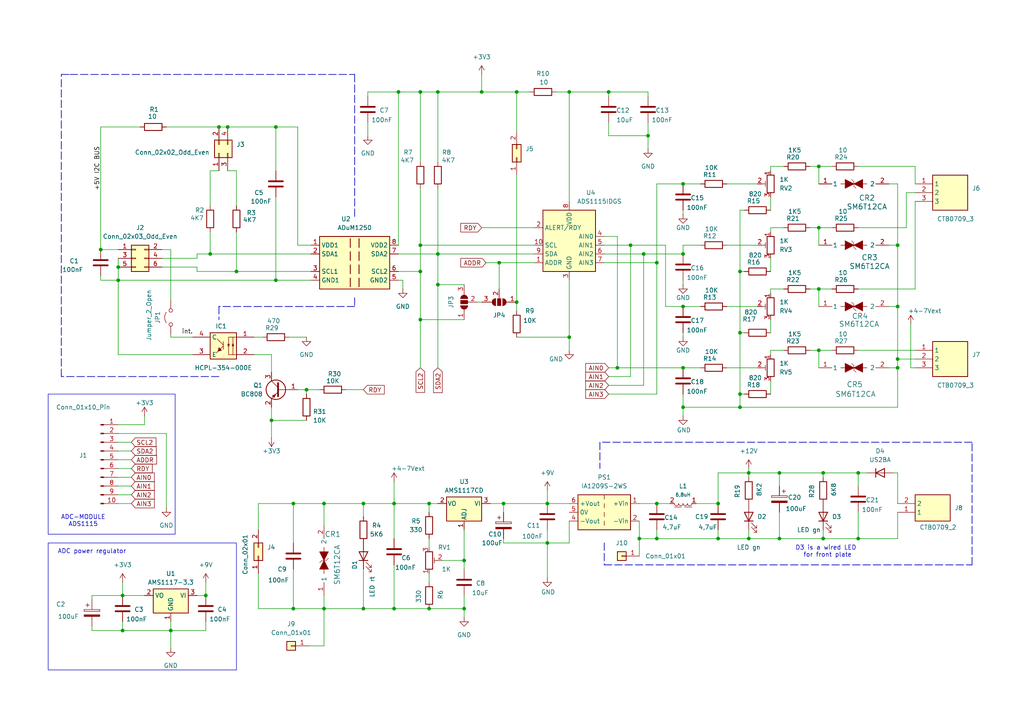
<source format=kicad_sch>
(kicad_sch (version 20250114) (generator "eeschema") (generator_version "9.0")
  (paper "A4")
  (title_block (title "4 Chan. ADC (1115) potential free /I2C") (date "2025-08-14") (rev "A1") (company "PIDI-BOX WM-GC") (comment 1 "All iputs are adjustable with a range from 2 to 8 V") (comment 2 "with an adjustable DC source for sensors (3 to 7 V ) 200mA.") (comment 3 "This PIDI Module is a potential free ADC with over voltage protected inputs,") (comment 4 "The ADC 1115 can be soldered as chip on board or as a 10 pin module"))
  (rectangle (start 13.97 114.3) (end 50.8 154.94))
  (rectangle (start 13.97 157.48) (end 68.58 194.31))
  (text "ADC-MODULE\nADS1115" (at 24.13 151.13 0) (effects (font (size 1.27 1.27))))
  (text "D3 is a wired LED \nfor front plate" (at 240.03 160.02 0) (effects (font (size 1.27 1.27))))
  (text "ADC power regulator" (at 26.67 160.02 0) (effects (font (size 1.27 1.27))))
  (junction (at 185.42 156.21))
  (junction (at 121.92 78.74))
  (junction (at 88.9 113.03))
  (junction (at 217.17 137.16))
  (junction (at 121.92 92.71))
  (junction (at 66.04 36.83))
  (junction (at 146.05 146.05))
  (junction (at 260.35 106.68))
  (junction (at 139.7 26.67))
  (junction (at 121.92 26.67))
  (junction (at 105.41 176.53))
  (junction (at 238.76 156.21))
  (junction (at 198.12 106.68))
  (junction (at 237.49 48.26))
  (junction (at 80.01 81.28))
  (junction (at 248.92 156.21))
  (junction (at 34.29 77.47))
  (junction (at 237.49 83.82))
  (junction (at 179.07 106.68))
  (junction (at 176.53 26.67))
  (junction (at 198.12 88.9))
  (junction (at 238.76 137.16))
  (junction (at 68.58 78.74))
  (junction (at 78.74 121.92))
  (junction (at 29.21 72.39))
  (junction (at 124.46 146.05))
  (junction (at 127 73.66))
  (junction (at 158.75 157.48))
  (junction (at 115.57 26.67))
  (junction (at 165.1 26.67))
  (junction (at 190.5 156.21))
  (junction (at 208.28 156.21))
  (junction (at 214.63 118.11))
  (junction (at 198.12 118.11))
  (junction (at 187.96 39.37))
  (junction (at 85.09 176.53))
  (junction (at 49.53 182.88))
  (junction (at 121.92 71.12))
  (junction (at 198.12 53.34))
  (junction (at 127 82.55))
  (junction (at 208.28 146.05))
  (junction (at 144.78 76.2))
  (junction (at 186.69 73.66))
  (junction (at 217.17 156.21))
  (junction (at 80.01 36.83))
  (junction (at 134.62 176.53))
  (junction (at 237.49 66.04))
  (junction (at 237.49 101.6))
  (junction (at 182.88 71.12))
  (junction (at 226.06 137.16))
  (junction (at 105.41 146.05))
  (junction (at 134.62 162.56))
  (junction (at 260.35 88.9))
  (junction (at 85.09 146.05))
  (junction (at 260.35 104.14))
  (junction (at 260.35 71.12))
  (junction (at 149.86 87.63))
  (junction (at 226.06 156.21))
  (junction (at 114.3 146.05))
  (junction (at 214.63 78.74))
  (junction (at 149.86 26.67))
  (junction (at 190.5 76.2))
  (junction (at 35.56 172.72))
  (junction (at 165.1 97.79))
  (junction (at 190.5 146.05))
  (junction (at 35.56 182.88))
  (junction (at 158.75 146.05))
  (junction (at 198.12 73.66))
  (junction (at 127 26.67))
  (junction (at 60.96 73.66))
  (junction (at 34.29 81.28))
  (junction (at 63.5 36.83))
  (junction (at 124.46 176.53))
  (junction (at 214.63 114.3))
  (junction (at 114.3 176.53))
  (junction (at 214.63 96.52))
  (junction (at 59.69 172.72))
  (junction (at 248.92 137.16))
  (junction (at 93.98 146.05))
  (junction (at 93.98 176.53))
  (wire (pts (xy 248.92 83.82) (xy 265.43 83.82)))
  (wire (pts (xy 176.53 26.67) (xy 187.96 26.67)))
  (wire (pts (xy 124.46 146.05) (xy 127 146.05)))
  (wire (pts (xy 68.58 67.31) (xy 68.58 78.74)))
  (wire (pts (xy 210.82 71.12) (xy 219.71 71.12)))
  (wire (pts (xy 198.12 88.9) (xy 203.2 88.9)))
  (wire (pts (xy 198.12 118.11) (xy 198.12 120.65)))
  (polyline (pts (xy 20.32 21.59) (xy 102.87 21.59)) (stroke (width 0.2) (type dash)))
  (wire (pts (xy 49.53 182.88) (xy 35.56 182.88)))
  (wire (pts (xy 260.35 53.34) (xy 257.81 53.34)))
  (wire (pts (xy 106.68 27.94) (xy 106.68 26.67)))
  (wire (pts (xy 121.92 78.74) (xy 121.92 92.71)))
  (wire (pts (xy 60.96 73.66) (xy 90.17 73.66)))
  (wire (pts (xy 223.52 74.93) (xy 223.52 78.74)))
  (wire (pts (xy 223.52 83.82) (xy 223.52 85.09)))
  (wire (pts (xy 187.96 39.37) (xy 187.96 43.18)))
  (wire (pts (xy 210.82 106.68) (xy 219.71 106.68)))
  (wire (pts (xy 115.57 73.66) (xy 127 73.66)))
  (wire (pts (xy 165.1 26.67) (xy 176.53 26.67)))
  (wire (pts (xy 80.01 81.28) (xy 90.17 81.28)))
  (wire (pts (xy 260.35 88.9) (xy 260.35 104.14)))
  (wire (pts (xy 134.62 162.56) (xy 134.62 165.1)))
  (wire (pts (xy 185.42 161.29) (xy 185.42 156.21)))
  (wire (pts (xy 161.29 26.67) (xy 165.1 26.67)))
  (wire (pts (xy 59.69 168.91) (xy 59.69 172.72)))
  (wire (pts (xy 214.63 78.74) (xy 214.63 96.52)))
  (wire (pts (xy 158.75 157.48) (xy 158.75 167.64)))
  (wire (pts (xy 217.17 135.89) (xy 217.17 137.16)))
  (wire (pts (xy 85.09 165.1) (xy 85.09 176.53)))
  (wire (pts (xy 121.92 26.67) (xy 127 26.67)))
  (wire (pts (xy 260.35 104.14) (xy 260.35 106.68)))
  (wire (pts (xy 185.42 151.13) (xy 185.42 156.21)))
  (wire (pts (xy 59.69 180.34) (xy 59.69 182.88)))
  (wire (pts (xy 219.71 88.9) (xy 210.82 88.9)))
  (wire (pts (xy 182.88 71.12) (xy 193.04 71.12)))
  (wire (pts (xy 127 26.67) (xy 127 46.99)))
  (wire (pts (xy 187.96 26.67) (xy 187.96 27.94)))
  (wire (pts (xy 34.29 81.28) (xy 34.29 102.87)))
  (wire (pts (xy 57.15 78.74) (xy 57.15 77.47)))
  (wire (pts (xy 185.42 146.05) (xy 190.5 146.05)))
  (wire (pts (xy 237.49 88.9) (xy 237.49 83.82)))
  (wire (pts (xy 226.06 156.21) (xy 238.76 156.21)))
  (wire (pts (xy 127 54.61) (xy 127 73.66)))
  (wire (pts (xy 121.92 26.67) (xy 121.92 46.99)))
  (wire (pts (xy 57.15 73.66) (xy 60.96 73.66)))
  (polyline (pts (xy 63.5 88.9) (xy 63.5 92.71)) (stroke (width 0.2) (type dash)))
  (wire (pts (xy 214.63 78.74) (xy 215.9 78.74)))
  (wire (pts (xy 214.63 114.3) (xy 215.9 114.3)))
  (wire (pts (xy 88.9 113.03) (xy 92.71 113.03)))
  (wire (pts (xy 74.93 176.53) (xy 85.09 176.53)))
  (wire (pts (xy 223.52 48.26) (xy 223.52 49.53)))
  (wire (pts (xy 134.62 176.53) (xy 134.62 179.07)))
  (wire (pts (xy 124.46 156.21) (xy 124.46 158.75)))
  (wire (pts (xy 49.53 97.79) (xy 49.53 97.155)))
  (wire (pts (xy 175.26 68.58) (xy 179.07 68.58)))
  (wire (pts (xy 74.93 153.67) (xy 74.93 146.05)))
  (wire (pts (xy 190.5 156.21) (xy 190.5 153.67)))
  (wire (pts (xy 260.35 71.12) (xy 260.35 88.9)))
  (wire (pts (xy 210.82 53.34) (xy 219.71 53.34)))
  (wire (pts (xy 248.92 101.6) (xy 265.43 101.6)))
  (wire (pts (xy 26.67 172.72) (xy 35.56 172.72)))
  (wire (pts (xy 237.49 83.82) (xy 241.3 83.82)))
  (wire (pts (xy 223.52 66.04) (xy 223.52 67.31)))
  (wire (pts (xy 115.57 26.67) (xy 121.92 26.67)))
  (wire (pts (xy 187.96 35.56) (xy 187.96 39.37)))
  (wire (pts (xy 121.92 71.12) (xy 154.94 71.12)))
  (wire (pts (xy 208.28 137.16) (xy 208.28 146.05)))
  (wire (pts (xy 260.35 106.68) (xy 257.81 106.68)))
  (wire (pts (xy 35.56 182.88) (xy 35.56 180.34)))
  (wire (pts (xy 29.21 80.01) (xy 29.21 81.28)))
  (wire (pts (xy 138.43 87.63) (xy 139.7 87.63)))
  (wire (pts (xy 144.78 76.2) (xy 154.94 76.2)))
  (wire (pts (xy 60.96 49.53) (xy 60.96 59.69)))
  (wire (pts (xy 105.41 146.05) (xy 105.41 149.86)))
  (wire (pts (xy 121.92 92.71) (xy 121.92 106.68)))
  (wire (pts (xy 149.86 26.67) (xy 153.67 26.67)))
  (wire (pts (xy 127 82.55) (xy 134.62 82.55)))
  (wire (pts (xy 116.84 81.28) (xy 116.84 83.82)))
  (wire (pts (xy 217.17 137.16) (xy 226.06 137.16)))
  (wire (pts (xy 198.12 53.34) (xy 203.2 53.34)))
  (wire (pts (xy 142.24 146.05) (xy 146.05 146.05)))
  (wire (pts (xy 175.26 71.12) (xy 182.88 71.12)))
  (wire (pts (xy 248.92 66.04) (xy 262.89 66.04)))
  (wire (pts (xy 124.46 166.37) (xy 124.46 168.91)))
  (wire (pts (xy 78.74 102.87) (xy 73.66 102.87)))
  (polyline (pts (xy 175.26 157.48) (xy 175.26 163.83)) (stroke (width 0.2) (type dash)))
  (wire (pts (xy 227.33 48.26) (xy 223.52 48.26)))
  (wire (pts (xy 73.66 97.79) (xy 76.2 97.79)))
  (wire (pts (xy 234.95 66.04) (xy 237.49 66.04)))
  (wire (pts (xy 146.05 146.05) (xy 158.75 146.05)))
  (wire (pts (xy 93.98 172.72) (xy 93.98 176.53)))
  (wire (pts (xy 227.33 66.04) (xy 223.52 66.04)))
  (wire (pts (xy 100.33 113.03) (xy 105.41 113.03)))
  (wire (pts (xy 217.17 138.43) (xy 217.17 137.16)))
  (polyline (pts (xy 281.94 163.83) (xy 281.94 128.27)) (stroke (width 0.2) (type dash)))
  (wire (pts (xy 238.76 156.21) (xy 248.92 156.21)))
  (wire (pts (xy 175.26 73.66) (xy 186.69 73.66)))
  (wire (pts (xy 78.74 102.87) (xy 78.74 107.95)))
  (polyline (pts (xy 102.87 88.9) (xy 63.5 88.9)) (stroke (width 0.2) (type dash)))
  (wire (pts (xy 114.3 176.53) (xy 124.46 176.53)))
  (wire (pts (xy 114.3 156.21) (xy 114.3 146.05)))
  (wire (pts (xy 34.29 146.05) (xy 38.1 146.05)))
  (wire (pts (xy 186.69 73.66) (xy 186.69 111.76)))
  (wire (pts (xy 217.17 137.16) (xy 208.28 137.16)))
  (wire (pts (xy 149.86 26.67) (xy 149.86 38.1)))
  (wire (pts (xy 49.53 72.39) (xy 46.99 72.39)))
  (wire (pts (xy 74.93 166.37) (xy 74.93 176.53)))
  (wire (pts (xy 63.5 36.83) (xy 66.04 36.83)))
  (wire (pts (xy 49.53 72.39) (xy 49.53 86.995)))
  (polyline (pts (xy 102.87 86.36) (xy 102.87 88.9)) (stroke (width 0.2) (type dash)))
  (wire (pts (xy 139.7 26.67) (xy 149.86 26.67)))
  (wire (pts (xy 223.52 110.49) (xy 223.52 114.3)))
  (wire (pts (xy 238.76 137.16) (xy 248.92 137.16)))
  (wire (pts (xy 223.52 92.71) (xy 223.52 96.52)))
  (polyline (pts (xy 175.26 163.83) (xy 281.94 163.83)) (stroke (width 0.2) (type dash)))
  (wire (pts (xy 179.07 68.58) (xy 179.07 106.68)))
  (wire (pts (xy 93.98 187.325) (xy 93.98 176.53)))
  (wire (pts (xy 26.67 182.88) (xy 35.56 182.88)))
  (wire (pts (xy 238.76 137.16) (xy 238.76 138.43)))
  (wire (pts (xy 66.04 49.53) (xy 68.58 49.53)))
  (wire (pts (xy 34.29 74.93) (xy 34.29 77.47)))
  (wire (pts (xy 198.12 71.12) (xy 203.2 71.12)))
  (polyline (pts (xy 281.94 128.27) (xy 173.99 128.27)) (stroke (width 0.2) (type dash)))
  (wire (pts (xy 80.01 57.15) (xy 80.01 81.28)))
  (wire (pts (xy 234.95 48.26) (xy 237.49 48.26)))
  (wire (pts (xy 59.69 182.88) (xy 49.53 182.88)))
  (wire (pts (xy 208.28 153.67) (xy 208.28 156.21)))
  (wire (pts (xy 198.12 106.68) (xy 203.2 106.68)))
  (wire (pts (xy 190.5 156.21) (xy 208.28 156.21)))
  (wire (pts (xy 208.28 146.05) (xy 201.93 146.05)))
  (wire (pts (xy 35.56 168.91) (xy 35.56 172.72)))
  (wire (pts (xy 227.33 83.82) (xy 223.52 83.82)))
  (wire (pts (xy 57.15 73.66) (xy 57.15 74.93)))
  (wire (pts (xy 175.26 76.2) (xy 190.5 76.2)))
  (wire (pts (xy 234.95 101.6) (xy 237.49 101.6)))
  (wire (pts (xy 121.92 71.12) (xy 121.92 78.74)))
  (wire (pts (xy 149.86 50.8) (xy 149.86 87.63)))
  (wire (pts (xy 214.63 118.11) (xy 214.63 114.3)))
  (wire (pts (xy 260.35 137.16) (xy 260.35 146.05)))
  (wire (pts (xy 35.56 172.72) (xy 41.91 172.72)))
  (wire (pts (xy 105.41 165.1) (xy 105.41 176.53)))
  (wire (pts (xy 149.86 87.63) (xy 149.86 90.17)))
  (wire (pts (xy 68.58 78.74) (xy 90.17 78.74)))
  (wire (pts (xy 114.3 139.7) (xy 114.3 146.05)))
  (wire (pts (xy 66.04 36.83) (xy 80.01 36.83)))
  (wire (pts (xy 146.05 157.48) (xy 158.75 157.48)))
  (wire (pts (xy 226.06 137.16) (xy 226.06 140.97)))
  (wire (pts (xy 34.29 140.97) (xy 38.1 140.97)))
  (wire (pts (xy 146.05 146.05) (xy 146.05 148.59)))
  (wire (pts (xy 234.95 83.82) (xy 237.49 83.82)))
  (wire (pts (xy 34.29 138.43) (xy 38.1 138.43)))
  (wire (pts (xy 140.97 76.2) (xy 144.78 76.2)))
  (wire (pts (xy 127 26.67) (xy 139.7 26.67)))
  (wire (pts (xy 34.29 123.19) (xy 41.91 123.19)))
  (wire (pts (xy 139.7 66.04) (xy 154.94 66.04)))
  (wire (pts (xy 134.62 153.67) (xy 134.62 162.56)))
  (wire (pts (xy 226.06 137.16) (xy 238.76 137.16)))
  (wire (pts (xy 60.96 49.53) (xy 63.5 49.53)))
  (wire (pts (xy 198.12 118.11) (xy 214.63 118.11)))
  (wire (pts (xy 34.29 102.87) (xy 55.88 102.87)))
  (wire (pts (xy 60.96 67.31) (xy 60.96 73.66)))
  (wire (pts (xy 158.75 142.24) (xy 158.75 146.05)))
  (wire (pts (xy 237.49 66.04) (xy 237.49 71.12)))
  (wire (pts (xy 124.46 146.05) (xy 124.46 148.59)))
  (polyline (pts (xy 102.87 21.59) (xy 102.87 63.5)) (stroke (width 0.2) (type dash)))
  (wire (pts (xy 193.04 71.12) (xy 193.04 88.9)))
  (wire (pts (xy 176.53 106.68) (xy 179.07 106.68)))
  (wire (pts (xy 34.29 81.28) (xy 80.01 81.28)))
  (wire (pts (xy 186.69 73.66) (xy 198.12 73.66)))
  (wire (pts (xy 86.36 71.12) (xy 90.17 71.12)))
  (wire (pts (xy 105.41 176.53) (xy 114.3 176.53)))
  (wire (pts (xy 260.35 104.14) (xy 265.43 104.14)))
  (wire (pts (xy 182.88 71.12) (xy 182.88 109.22)))
  (wire (pts (xy 34.29 77.47) (xy 34.29 81.28)))
  (wire (pts (xy 78.74 121.92) (xy 88.9 121.92)))
  (wire (pts (xy 158.75 153.67) (xy 158.75 157.48)))
  (wire (pts (xy 190.5 76.2) (xy 190.5 114.3)))
  (wire (pts (xy 55.88 97.79) (xy 49.53 97.79)))
  (wire (pts (xy 226.06 148.59) (xy 226.06 156.21)))
  (wire (pts (xy 139.7 21.59) (xy 139.7 26.67)))
  (wire (pts (xy 34.29 128.27) (xy 38.1 128.27)))
  (wire (pts (xy 114.3 146.05) (xy 105.41 146.05)))
  (wire (pts (xy 146.05 156.21) (xy 146.05 157.48)))
  (wire (pts (xy 237.49 101.6) (xy 241.3 101.6)))
  (wire (pts (xy 114.3 146.05) (xy 124.46 146.05)))
  (wire (pts (xy 85.09 146.05) (xy 93.98 146.05)))
  (wire (pts (xy 248.92 137.16) (xy 251.46 137.16)))
  (wire (pts (xy 198.12 96.52) (xy 198.12 97.79)))
  (wire (pts (xy 260.35 118.11) (xy 260.35 106.68)))
  (wire (pts (xy 128.27 162.56) (xy 134.62 162.56)))
  (wire (pts (xy 248.92 156.21) (xy 260.35 156.21)))
  (wire (pts (xy 262.89 55.88) (xy 265.43 55.88)))
  (wire (pts (xy 57.15 78.74) (xy 68.58 78.74)))
  (wire (pts (xy 127 73.66) (xy 154.94 73.66)))
  (wire (pts (xy 217.17 156.21) (xy 217.17 153.67)))
  (wire (pts (xy 190.5 53.34) (xy 190.5 76.2)))
  (wire (pts (xy 41.91 120.65) (xy 41.91 123.19)))
  (wire (pts (xy 88.9 113.03) (xy 88.9 114.3)))
  (wire (pts (xy 176.53 35.56) (xy 176.53 39.37)))
  (wire (pts (xy 227.33 101.6) (xy 223.52 101.6)))
  (wire (pts (xy 93.98 176.53) (xy 105.41 176.53)))
  (wire (pts (xy 48.26 36.83) (xy 63.5 36.83)))
  (wire (pts (xy 217.17 156.21) (xy 226.06 156.21)))
  (wire (pts (xy 193.04 88.9) (xy 198.12 88.9)))
  (wire (pts (xy 86.36 113.03) (xy 88.9 113.03)))
  (wire (pts (xy 214.63 118.11) (xy 260.35 118.11)))
  (wire (pts (xy 127 82.55) (xy 127 73.66)))
  (wire (pts (xy 265.43 48.26) (xy 265.43 53.34)))
  (wire (pts (xy 29.21 81.28) (xy 34.29 81.28)))
  (wire (pts (xy 265.43 106.68) (xy 264.16 106.68)))
  (wire (pts (xy 179.07 106.68) (xy 198.12 106.68)))
  (wire (pts (xy 185.42 156.21) (xy 190.5 156.21)))
  (wire (pts (xy 78.74 121.92) (xy 78.74 127)))
  (wire (pts (xy 34.29 133.35) (xy 38.1 133.35)))
  (wire (pts (xy 68.58 49.53) (xy 68.58 59.69)))
  (wire (pts (xy 29.21 36.83) (xy 40.64 36.83)))
  (wire (pts (xy 257.81 71.12) (xy 260.35 71.12)))
  (wire (pts (xy 121.92 92.71) (xy 134.62 92.71)))
  (wire (pts (xy 214.63 60.96) (xy 215.9 60.96)))
  (wire (pts (xy 223.52 57.15) (xy 223.52 60.96)))
  (wire (pts (xy 165.1 81.28) (xy 165.1 97.79)))
  (wire (pts (xy 80.01 49.53) (xy 80.01 36.83)))
  (wire (pts (xy 176.53 114.3) (xy 190.5 114.3)))
  (wire (pts (xy 214.63 60.96) (xy 214.63 78.74)))
  (wire (pts (xy 186.69 111.76) (xy 176.53 111.76)))
  (wire (pts (xy 144.78 76.2) (xy 144.78 83.82)))
  (wire (pts (xy 85.09 176.53) (xy 93.98 176.53)))
  (wire (pts (xy 106.68 35.56) (xy 106.68 39.37)))
  (wire (pts (xy 237.49 48.26) (xy 241.3 48.26)))
  (wire (pts (xy 248.92 156.21) (xy 248.92 148.59)))
  (wire (pts (xy 74.93 146.05) (xy 85.09 146.05)))
  (wire (pts (xy 248.92 48.26) (xy 265.43 48.26)))
  (wire (pts (xy 158.75 146.05) (xy 165.1 146.05)))
  (wire (pts (xy 106.68 26.67) (xy 115.57 26.67)))
  (wire (pts (xy 190.5 53.34) (xy 198.12 53.34)))
  (wire (pts (xy 176.53 26.67) (xy 176.53 27.94)))
  (wire (pts (xy 214.63 96.52) (xy 214.63 114.3)))
  (wire (pts (xy 57.15 172.72) (xy 59.69 172.72)))
  (wire (pts (xy 264.16 106.68) (xy 264.16 93.98)))
  (wire (pts (xy 124.46 176.53) (xy 134.62 176.53)))
  (polyline (pts (xy 17.78 109.22) (xy 17.78 21.59)) (stroke (width 0.2) (type dash)))
  (wire (pts (xy 198.12 60.96) (xy 198.12 62.23)))
  (wire (pts (xy 93.98 146.05) (xy 93.98 152.4)))
  (wire (pts (xy 86.36 36.83) (xy 86.36 71.12)))
  (wire (pts (xy 115.57 26.67) (xy 115.57 71.12)))
  (wire (pts (xy 48.26 125.73) (xy 34.29 125.73)))
  (wire (pts (xy 237.49 66.04) (xy 241.3 66.04)))
  (wire (pts (xy 237.49 101.6) (xy 237.49 106.68)))
  (wire (pts (xy 208.28 156.21) (xy 217.17 156.21)))
  (wire (pts (xy 198.12 81.28) (xy 198.12 82.55)))
  (wire (pts (xy 57.15 74.93) (xy 46.99 74.93)))
  (wire (pts (xy 262.89 66.04) (xy 262.89 55.88)))
  (wire (pts (xy 85.09 146.05) (xy 85.09 157.48)))
  (wire (pts (xy 26.67 181.61) (xy 26.67 182.88)))
  (polyline (pts (xy 17.78 21.59) (xy 20.32 21.59)) (stroke (width 0.2) (type dash)))
  (wire (pts (xy 190.5 146.05) (xy 194.31 146.05)))
  (wire (pts (xy 165.1 151.13) (xy 165.1 157.48)))
  (wire (pts (xy 83.82 97.79) (xy 88.9 97.79)))
  (wire (pts (xy 29.21 72.39) (xy 34.29 72.39)))
  (wire (pts (xy 116.84 81.28) (xy 115.57 81.28)))
  (wire (pts (xy 260.35 156.21) (xy 260.35 148.59)))
  (wire (pts (xy 34.29 135.89) (xy 38.1 135.89)))
  (wire (pts (xy 57.15 77.47) (xy 46.99 77.47)))
  (wire (pts (xy 34.29 143.51) (xy 38.1 143.51)))
  (wire (pts (xy 48.26 147.32) (xy 48.26 125.73)))
  (polyline (pts (xy 173.99 128.27) (xy 173.99 135.89)) (stroke (width 0.2) (type dash)))
  (wire (pts (xy 165.1 97.79) (xy 165.1 101.6)))
  (wire (pts (xy 198.12 73.66) (xy 198.12 71.12)))
  (wire (pts (xy 115.57 78.74) (xy 121.92 78.74)))
  (wire (pts (xy 127 106.68) (xy 127 82.55)))
  (wire (pts (xy 29.21 72.39) (xy 29.21 36.83)))
  (wire (pts (xy 257.81 88.9) (xy 260.35 88.9)))
  (wire (pts (xy 214.63 96.52) (xy 215.9 96.52)))
  (wire (pts (xy 80.01 36.83) (xy 86.36 36.83)))
  (wire (pts (xy 78.74 118.11) (xy 78.74 121.92)))
  (wire (pts (xy 149.86 97.79) (xy 165.1 97.79)))
  (wire (pts (xy 223.52 101.6) (xy 223.52 102.87)))
  (wire (pts (xy 105.41 146.05) (xy 93.98 146.05)))
  (wire (pts (xy 237.49 48.26) (xy 237.49 53.34)))
  (wire (pts (xy 248.92 137.16) (xy 248.92 140.97)))
  (wire (pts (xy 176.53 109.22) (xy 182.88 109.22)))
  (wire (pts (xy 114.3 176.53) (xy 114.3 163.83)))
  (wire (pts (xy 265.43 83.82) (xy 265.43 58.42)))
  (wire (pts (xy 176.53 39.37) (xy 187.96 39.37)))
  (wire (pts (xy 158.75 157.48) (xy 165.1 157.48)))
  (wire (pts (xy 134.62 172.72) (xy 134.62 176.53)))
  (wire (pts (xy 198.12 114.3) (xy 198.12 118.11)))
  (wire (pts (xy 49.53 182.88) (xy 49.53 187.96)))
  (wire (pts (xy 260.35 53.34) (xy 260.35 71.12)))
  (wire (pts (xy 165.1 26.67) (xy 165.1 58.42)))
  (wire (pts (xy 34.29 130.81) (xy 38.1 130.81)))
  (polyline (pts (xy 63.5 109.22) (xy 17.78 109.22)) (stroke (width 0.2) (type dash)))
  (wire (pts (xy 259.08 137.16) (xy 260.35 137.16)))
  (wire (pts (xy 49.53 180.34) (xy 49.53 182.88)))
  (wire (pts (xy 89.535 187.325) (xy 93.98 187.325)))
  (wire (pts (xy 26.67 173.99) (xy 26.67 172.72)))
  (wire (pts (xy 121.92 54.61) (xy 121.92 71.12)))
  (wire (pts (xy 238.76 153.67) (xy 238.76 156.21)))
  (label "+5V I2C BUS" (at 29.21 55.245 90))
  (label "int." (at 52.705 97.155 0))
  (global_label "SCL2" (shape input) (at 38.1 128.27 0) (property "Intersheetrefs" "${INTERSHEET_REFS}" (effects (hide yes))))
  (global_label "RDY" (shape input) (at 105.41 113.03 0) (property "Intersheetrefs" "${INTERSHEET_REFS}" (effects (hide yes))))
  (global_label "AIN3" (shape input) (at 38.1 146.05 0) (property "Intersheetrefs" "${INTERSHEET_REFS}" (effects (hide yes))))
  (global_label "SDA2" (shape input) (at 38.1 130.81 0) (property "Intersheetrefs" "${INTERSHEET_REFS}" (effects (hide yes))))
  (global_label "AIN1" (shape input) (at 38.1 140.97 0) (property "Intersheetrefs" "${INTERSHEET_REFS}" (effects (hide yes))))
  (global_label "RDY" (shape input) (at 139.7 66.04 180) (property "Intersheetrefs" "${INTERSHEET_REFS}" (effects (hide yes))))
  (global_label "AIN0" (shape input) (at 38.1 138.43 0) (property "Intersheetrefs" "${INTERSHEET_REFS}" (effects (hide yes))))
  (global_label "AIN2" (shape input) (at 176.53 111.76 180) (property "Intersheetrefs" "${INTERSHEET_REFS}" (effects (hide yes))))
  (global_label "RDY" (shape input) (at 38.1 135.89 0) (property "Intersheetrefs" "${INTERSHEET_REFS}" (effects (hide yes))))
  (global_label "ADDR" (shape input) (at 38.1 133.35 0) (property "Intersheetrefs" "${INTERSHEET_REFS}" (effects (hide yes))))
  (global_label "AIN2" (shape input) (at 38.1 143.51 0) (property "Intersheetrefs" "${INTERSHEET_REFS}" (effects (hide yes))))
  (global_label "SDA2" (shape input) (at 127 106.68 270) (property "Intersheetrefs" "${INTERSHEET_REFS}" (effects (hide yes))))
  (global_label "AIN0" (shape input) (at 176.53 106.68 180) (property "Intersheetrefs" "${INTERSHEET_REFS}" (effects (hide yes))))
  (global_label "AIN1" (shape input) (at 176.53 109.22 180) (property "Intersheetrefs" "${INTERSHEET_REFS}" (effects (hide yes))))
  (global_label "SCL2" (shape input) (at 121.92 106.68 270) (property "Intersheetrefs" "${INTERSHEET_REFS}" (effects (hide yes))))
  (global_label "AIN3" (shape input) (at 176.53 114.3 180) (property "Intersheetrefs" "${INTERSHEET_REFS}" (effects (hide yes))))
  (global_label "ADDR" (shape input) (at 140.97 76.2 180) (property "Intersheetrefs" "${INTERSHEET_REFS}" (effects (hide yes))))
  (symbol (lib_id "My_Library:SM6T12CA") (at 247.65 53.34 0) (unit 1)
    (property "Reference" "CR2" (at 251.46 57.404 0) (effects (font (size 1.524 1.524))))
    (property "Value" "SM6T12CA" (at 251.46 59.944 0) (effects (font (size 1.524 1.524))))
    (property "Footprint" "MYlib_GLOBAL:SMB_STM" (effects (hide yes)))
    (property "Datasheet" "SM6T12CA" (effects (hide yes)))
    (property "Description" "TSV 600W  12V" (effects (hide yes)))
  )
  (symbol (lib_id "Regulator_Linear:AMS1117-3.3") (at 49.53 172.72 0) (mirror y) (unit 1)
    (property "Reference" "U1" (at 49.53 166.37 0))
    (property "Value" "AMS1117-3.3" (at 49.53 168.91 0))
    (property "Footprint" "Package_TO_SOT_SMD:SOT-223-3_TabPin2" (effects (hide yes)))
    (property "Datasheet" "http://www.advanced-monolithic.com/pdf/ds1117.pdf" (effects (hide yes)))
    (property "Description" "1A Low Dropout regulator, positive, 3.3V fixed output, SOT-223" (effects (hide yes)))
  )
  (symbol (lib_id "Device:C") (at 114.3 160.02 0) (mirror y) (unit 1)
    (property "Reference" "C6" (at 119.126 161.798 0) (effects (justify left)))
    (property "Value" "100nF" (at 120.65 164.592 0) (effects (justify left)))
    (property "Footprint" "Capacitor_SMD:C_0603_1608Metric" (effects (hide yes)))
    (property "Description" "Unpolarized capacitor" (effects (hide yes)))
  )
  (symbol (lib_id "power:GND") (at 49.53 187.96 0) (unit 1)
    (property "Reference" "#PWR04" (effects (hide yes)))
    (property "Value" "GND" (at 49.53 193.04 0))
    (property "Description" "Power symbol creates a global label with name \"GND\" , ground" (effects (hide yes)))
  )
  (symbol (lib_id "Device:R") (at 149.86 93.98 0) (unit 1)
    (property "Reference" "R9" (at 153.67 90.17 0))
    (property "Value" "10K" (at 153.67 92.964 0))
    (property "Footprint" "Resistor_SMD:R_0603_1608Metric" (effects (hide yes)))
    (property "Description" "Resistor" (effects (hide yes)))
  )
  (symbol (lib_id "power:+9V") (at 158.75 142.24 0) (unit 1)
    (property "Reference" "#PWR012" (effects (hide yes)))
    (property "Value" "+9V" (at 158.75 137.16 0))
    (property "Description" "Power symbol creates a global label with name \"+9V\"" (effects (hide yes)))
  )
  (symbol (lib_id "Device:C") (at 29.21 76.2 0) (mirror y) (unit 1)
    (property "Reference" "C1" (at 22.86 75.692 0) (effects (justify left)))
    (property "Value" "100nF" (at 24.13 78.232 0) (effects (justify left)))
    (property "Footprint" "Capacitor_SMD:C_0603_1608Metric" (effects (hide yes)))
    (property "Description" "Unpolarized capacitor" (effects (hide yes)))
  )
  (symbol (lib_id "Device:R_Potentiometer_Trim") (at 223.52 71.12 0) (mirror y) (unit 1)
    (property "Reference" "RV3" (at 226.06 72.3901 0) (effects (justify right)))
    (property "Value" "1K" (at 226.06 69.8501 0) (effects (justify right)))
    (property "Footprint" "Potentiometer_THT:Potentiometer_Bourns_3296W_Vertical" (effects (hide yes)))
    (property "Description" "Trim-potentiometer" (effects (hide yes)))
  )
  (symbol (lib_id "Device:R") (at 157.48 26.67 270) (unit 1)
    (property "Reference" "R10" (at 157.48 21.336 90))
    (property "Value" "10" (at 157.734 23.876 90))
    (property "Footprint" "Resistor_SMD:R_0603_1608Metric" (effects (hide yes)))
    (property "Description" "Resistor" (effects (hide yes)))
  )
  (symbol (lib_id "Device:R_Potentiometer_Trim") (at 124.46 162.56 0) (mirror x) (unit 1)
    (property "Reference" "RV1" (at 130.81 158.75 0) (effects (justify right)))
    (property "Value" "1K" (at 130.81 165.1 0) (effects (justify right)))
    (property "Footprint" "Potentiometer_THT:Potentiometer_Bourns_3296W_Vertical" (effects (hide yes)))
    (property "Description" "Trim-Pot Bourns 3214X 5 turns" (effects (hide yes)))
  )
  (symbol (lib_id "power:+5V") (at 264.16 93.98 0) (unit 1)
    (property "Reference" "#PWR021" (effects (hide yes)))
    (property "Value" "+4-7Vext" (at 268.224 90.17 0))
    (property "Description" "Power symbol creates a global label with name \"+5V\"" (effects (hide yes)))
  )
  (symbol (lib_id "Jumper:SolderJumper_3_Open") (at 134.62 87.63 90) (unit 1) (in_bom no)
    (property "Reference" "JP3" (at 130.81 87.63 0))
    (property "Value" "SolderJumper_3_Open" (effects (hide yes)))
    (property "Footprint" "Jumper:SolderJumper-3_P1.3mm_Open_RoundedPad1.0x1.5mm" (effects (hide yes)))
    (property "Description" "Solder Jumper, 3-pole, open" (effects (hide yes)))
  )
  (symbol (lib_id "Connector_Generic:Conn_01x01") (at 84.455 187.325 180) (unit 1)
    (property "Reference" "J9" (at 84.455 180.975 0))
    (property "Value" "Conn_01x01" (at 84.455 183.515 0))
    (property "Footprint" "Connector_PinHeader_2.54mm:PinHeader_1x01_P2.54mm_Vertical" (effects (hide yes)))
    (property "Description" "Generic connector, single row, 01x01, script generated (kicad-library-utils/schlib/autogen/connector/)" (effects (hide yes)))
  )
  (symbol (lib_id "Device:C") (at 158.75 149.86 0) (mirror y) (unit 1)
    (property "Reference" "C11" (at 156.718 152.4 0) (effects (justify left)))
    (property "Value" "100nF" (at 157.48 155.575 0) (effects (justify left)))
    (property "Footprint" "Capacitor_SMD:C_0603_1608Metric" (effects (hide yes)))
    (property "Description" "Unpolarized capacitor" (effects (hide yes)))
  )
  (symbol (lib_id "Device:R") (at 219.71 78.74 270) (unit 1)
    (property "Reference" "R16" (at 218.567 76.073 90))
    (property "Value" "820" (at 219.075 74.041 90))
    (property "Footprint" "Resistor_SMD:R_0603_1608Metric" (effects (hide yes)))
    (property "Description" "Resistor" (effects (hide yes)))
  )
  (symbol (lib_id "Device:C") (at 85.09 161.29 0) (mirror y) (unit 1)
    (property "Reference" "C9" (at 83.185 165.1 0) (effects (justify left)))
    (property "Value" "100nF" (at 83.82 168.275 0) (effects (justify left)))
    (property "Footprint" "Capacitor_SMD:C_0603_1608Metric" (effects (hide yes)))
    (property "Description" "Unpolarized capacitor" (effects (hide yes)))
  )
  (symbol (lib_id "Device:R") (at 231.14 48.26 270) (unit 1)
    (property "Reference" "R20" (at 229.997 45.593 90))
    (property "Value" "1K5" (at 230.505 43.561 90))
    (property "Footprint" "Resistor_SMD:R_0603_1608Metric" (effects (hide yes)))
    (property "Description" "Resistor" (effects (hide yes)))
  )
  (symbol (lib_id "Device:R") (at 127 50.8 180) (unit 1)
    (property "Reference" "R8" (at 129.54 44.196 0))
    (property "Value" "4K7" (at 130.048 46.482 0))
    (property "Footprint" "Resistor_SMD:R_0603_1608Metric" (effects (hide yes)))
    (property "Description" "Resistor" (effects (hide yes)))
  )
  (symbol (lib_id "Device:R_Potentiometer_Trim") (at 223.52 106.68 0) (mirror y) (unit 1)
    (property "Reference" "RV5" (at 226.06 107.9501 0) (effects (justify right)))
    (property "Value" "1K" (at 226.06 105.4101 0) (effects (justify right)))
    (property "Footprint" "Potentiometer_THT:Potentiometer_Bourns_3296W_Vertical" (effects (hide yes)))
    (property "Description" "Trim-potentiometer" (effects (hide yes)))
  )
  (symbol (lib_id "Connector:Conn_01x10_Pin") (at 29.21 133.35 0) (unit 1)
    (property "Reference" "J1" (at 24.13 132.08 0))
    (property "Value" "Conn_01x10_Pin" (at 24.13 118.11 0))
    (property "Footprint" "Connector_PinSocket_2.54mm:PinSocket_1x10_P2.54mm_Vertical" (effects (hide yes)))
    (property "Description" "Generic connector, single row, 01x10, script generated" (effects (hide yes)))
  )
  (symbol (lib_id "Device:R_Potentiometer_Trim") (at 223.52 88.9 0) (mirror y) (unit 1)
    (property "Reference" "RV4" (at 226.06 90.1701 0) (effects (justify right)))
    (property "Value" "1K" (at 226.06 87.6301 0) (effects (justify right)))
    (property "Footprint" "Potentiometer_THT:Potentiometer_Bourns_3296W_Vertical" (effects (hide yes)))
    (property "Description" "Trim-potentiometer" (effects (hide yes)))
  )
  (symbol (lib_id "Diode:US2BA") (at 255.27 137.16 0) (mirror x) (unit 1)
    (property "Reference" "D4" (at 255.27 130.81 0))
    (property "Value" "US2BA" (at 255.27 133.35 0))
    (property "Footprint" "Diode_SMD:D_SMA" (effects (hide yes)))
    (property "Datasheet" "https://www.onsemi.com/pub/Collateral/US2AA-D.PDF" (effects (hide yes)))
    (property "Description" "100V, 1.5A, General Purpose Rectifier Diode, SMA(DO-214AC)" (effects (hide yes)))
    (property "Sim.Device" "D" (effects (hide yes)))
    (property "Sim.Pins" "1=K 2=A" (effects (hide yes)))
  )
  (symbol (lib_id "Device:R") (at 121.92 50.8 180) (unit 1)
    (property "Reference" "R7" (at 118.364 44.196 0))
    (property "Value" "4K7" (at 118.11 46.482 0))
    (property "Footprint" "Resistor_SMD:R_0603_1608Metric" (effects (hide yes)))
    (property "Description" "Resistor" (effects (hide yes)))
  )
  (symbol (lib_id "Connector_Generic:Conn_02x03_Odd_Even") (at 39.37 74.93 0) (unit 1)
    (property "Reference" "J2" (at 40.64 66.04 0))
    (property "Value" "Conn_02x03_Odd_Even" (at 40.64 68.58 0))
    (property "Footprint" "Connector_PinHeader_2.54mm:PinHeader_2x03_P2.54mm_Vertical" (effects (hide yes)))
    (property "Description" "Generic connector, double row, 02x03, odd/even pin numbering scheme (row 1 odd numbers, row 2 even numbers), script generated (kicad-library-utils/schlib/autogen/connector/)" (effects (hide yes)))
  )
  (symbol (lib_id "Device:C") (at 208.28 149.86 0) (mirror y) (unit 1)
    (property "Reference" "C19" (at 205.486 149.86 0) (effects (justify left)))
    (property "Value" "4,7uF" (at 208.026 152.908 0) (effects (justify left)))
    (property "Footprint" "Capacitor_SMD:C_0805_2012Metric" (effects (hide yes)))
    (property "Description" "Unpolarized capacitor" (effects (hide yes)))
  )
  (symbol (lib_id "Jumper:SolderJumper_3_Open") (at 144.78 87.63 180) (unit 1) (in_bom no)
    (property "Reference" "JP4" (at 144.78 91.44 0))
    (property "Value" "SolderJumper_3_Open" (effects (hide yes)))
    (property "Footprint" "Jumper:SolderJumper-3_P1.3mm_Open_RoundedPad1.0x1.5mm" (effects (hide yes)))
    (property "Description" "Solder Jumper, 3-pole, open" (effects (hide yes)))
  )
  (symbol (lib_id "Device:C") (at 176.53 31.75 0) (mirror y) (unit 1)
    (property "Reference" "C12" (at 182.626 32.004 0) (effects (justify left)))
    (property "Value" "10uF" (at 183.642 34.798 0) (effects (justify left)))
    (property "Footprint" "Capacitor_SMD:C_0805_2012Metric" (effects (hide yes)))
    (property "Description" "Unpolarized capacitor" (effects (hide yes)))
  )
  (symbol (lib_id "Connector_Generic:Conn_02x01") (at 149.86 45.72 90) (unit 1)
    (property "Reference" "J5" (at 152.4 43.1799 90) (effects (justify right)))
    (property "Value" "Conn_02x01" (effects (hide yes)))
    (property "Footprint" "Connector_PinHeader_2.54mm:PinHeader_1x02_P2.54mm_Vertical" (effects (hide yes)))
    (property "Description" "Generic connector, double row, 02x01, this symbol is compatible with counter-clockwise, top-bottom and odd-even numbering schemes., script generated (kicad-library-utils/schlib/autogen/connector/)" (effects (hide yes)))
  )
  (symbol (lib_name "LED_1") (lib_id "Device:LED") (at 238.76 149.86 90) (unit 1)
    (property "Reference" "D3" (at 241.3 149.86 90) (effects (justify right)))
    (property "Value" "LED gn" (at 231.14 153.67 90) (effects (justify right)))
    (property "Footprint" "LED_THT:LED_D3.0mm" (effects (hide yes)))
    (property "Description" "Light emitting diode" (effects (hide yes)))
    (property "Sim.Pins" "1=K 2=A" (effects (hide yes)))
  )
  (symbol (lib_id "Device:C") (at 198.12 57.15 0) (mirror y) (unit 1)
    (property "Reference" "C15" (at 204.216 57.404 0) (effects (justify left)))
    (property "Value" "100nF" (at 205.232 60.198 0) (effects (justify left)))
    (property "Footprint" "Capacitor_SMD:C_0603_1608Metric" (effects (hide yes)))
    (property "Description" "Unpolarized capacitor" (effects (hide yes)))
  )
  (symbol (lib_id "Device:R") (at 44.45 36.83 270) (unit 1)
    (property "Reference" "R1" (at 44.704 31.75 90))
    (property "Value" "10" (at 44.196 33.782 90))
    (property "Footprint" "Resistor_SMD:R_0603_1608Metric" (effects (hide yes)))
    (property "Description" "Resistor" (effects (hide yes)))
  )
  (symbol (lib_id "power:GND") (at 198.12 120.65 0) (mirror y) (unit 1)
    (property "Reference" "#PWR019" (effects (hide yes)))
    (property "Value" "GND" (at 198.3499 124.734 0))
    (property "Description" "Power symbol creates a global label with name \"GND\" , ground" (effects (hide yes)))
  )
  (symbol (lib_id "Device:R") (at 245.11 48.26 270) (unit 1)
    (property "Reference" "R24" (at 243.967 45.593 90))
    (property "Value" "10" (at 244.475 43.561 90))
    (property "Footprint" "Resistor_SMD:R_0603_1608Metric" (effects (hide yes)))
    (property "Description" "Resistor" (effects (hide yes)))
  )
  (symbol (lib_id "My_Library:CTB0709_2") (at 260.35 148.59 0) (mirror x) (unit 1)
    (property "Reference" "J8" (at 276.86 147.3201 0) (effects (justify left)))
    (property "Value" "CTB0709_2" (at 266.7 153.67 0) (effects (justify left top)))
    (property "Footprint" "MYlib_GLOBAL:CTB07092" (effects (hide yes)))
    (property "Datasheet" "https://www.camdenboss.com/products/datasheet/CTB0709_series_D.pdf" (effects (hide yes)))
    (property "Description" "TERMINAL BLOCK, WIRE TO BRD, 2POS, 12AWG" (effects (hide yes)))
    (property "Height" "18" (effects (hide yes)))
    (property "Manufacturer_Name" "CamdenBoss Ltd" (effects (hide yes)))
    (property "Manufacturer_Part_Number" "CTB0709/2" (effects (hide yes)))
  )
  (symbol (lib_id "Device:R") (at 231.14 101.6 270) (unit 1)
    (property "Reference" "R23" (at 229.997 98.933 90))
    (property "Value" "1K5" (at 230.505 96.901 90))
    (property "Footprint" "Resistor_SMD:R_0603_1608Metric" (effects (hide yes)))
    (property "Description" "Resistor" (effects (hide yes)))
  )
  (symbol (lib_id "Device:R") (at 219.71 60.96 270) (unit 1)
    (property "Reference" "R15" (at 218.567 58.293 90))
    (property "Value" "820" (at 219.075 56.261 90))
    (property "Footprint" "Resistor_SMD:R_0603_1608Metric" (effects (hide yes)))
    (property "Description" "Resistor" (effects (hide yes)))
  )
  (symbol (lib_id "My_Library:SM6T12CA") (at 247.65 88.9 0) (unit 1)
    (property "Reference" "CR4" (at 249.428 91.694 0) (effects (font (size 1.524 1.524))))
    (property "Value" "SM6T12CA" (at 249.174 93.98 0) (effects (font (size 1.524 1.524))))
    (property "Footprint" "MYlib_GLOBAL:SMB_STM" (effects (hide yes)))
    (property "Datasheet" "SM6T12CA" (effects (hide yes)))
    (property "Description" "TSV 600W  12V" (effects (hide yes)))
  )
  (symbol (lib_id "Connector_Generic:Conn_02x01") (at 74.93 161.29 90) (unit 1)
    (property "Reference" "J4" (at 77.47 158.7499 90) (effects (justify right)))
    (property "Value" "Conn_02x01" (at 71.12 154.94 0) (effects (justify right)))
    (property "Footprint" "Connector_PinHeader_2.54mm:PinHeader_1x02_P2.54mm_Vertical" (effects (hide yes)))
    (property "Description" "Generic connector, double row, 02x01, this symbol is compatible with counter-clockwise, top-bottom and odd-even numbering schemes., script generated (kicad-library-utils/schlib/autogen/connector/)" (effects (hide yes)))
  )
  (symbol (lib_id "Connector_Generic:Conn_02x02_Odd_Even") (at 63.5 44.45 90) (unit 1)
    (property "Reference" "J3" (at 68.58 41.9099 90) (effects (justify right)))
    (property "Value" "Conn_02x02_Odd_Even" (at 39.116 44.196 90) (effects (justify right)))
    (property "Footprint" "Connector_PinHeader_2.54mm:PinHeader_2x02_P2.54mm_Vertical" (effects (hide yes)))
    (property "Description" "Generic connector, double row, 02x02, odd/even pin numbering scheme (row 1 odd numbers, row 2 even numbers), script generated (kicad-library-utils/schlib/autogen/connector/)" (effects (hide yes)))
  )
  (symbol (lib_id "power:GND") (at 187.96 43.18 0) (mirror y) (unit 1)
    (property "Reference" "#PWR015" (effects (hide yes)))
    (property "Value" "GND" (at 187.96 48.26 0))
    (property "Description" "Power symbol creates a global label with name \"GND\" , ground" (effects (hide yes)))
  )
  (symbol (lib_id "Device:R") (at 231.14 66.04 270) (unit 1)
    (property "Reference" "R21" (at 229.997 63.373 90))
    (property "Value" "1K5" (at 230.505 61.341 90))
    (property "Footprint" "Resistor_SMD:R_0603_1608Metric" (effects (hide yes)))
    (property "Description" "Resistor" (effects (hide yes)))
  )
  (symbol (lib_id "Device:C") (at 106.68 31.75 0) (mirror y) (unit 1)
    (property "Reference" "C7" (at 112.776 32.004 0) (effects (justify left)))
    (property "Value" "100nF" (at 113.792 34.798 0) (effects (justify left)))
    (property "Footprint" "Capacitor_SMD:C_0603_1608Metric" (effects (hide yes)))
    (property "Description" "Unpolarized capacitor" (effects (hide yes)))
  )
  (symbol (lib_id "Device:C_Polarized") (at 26.67 177.8 0) (unit 1)
    (property "Reference" "C2" (at 16.256 175.26 0) (effects (justify left)))
    (property "Value" "100uF" (at 16.764 178.816 0) (effects (justify left)))
    (property "Footprint" "Capacitor_Tantalum_SMD:CP_EIA-3528-21_Kemet-B" (effects (hide yes)))
    (property "Description" "Polarized capacitor" (effects (hide yes)))
  )
  (symbol (lib_id "power:GND") (at 158.75 167.64 0) (mirror y) (unit 1)
    (property "Reference" "#PWR014" (effects (hide yes)))
    (property "Value" "GND" (at 158.9799 171.724 0))
    (property "Description" "Power symbol creates a global label with name \"GND\" , ground" (effects (hide yes)))
  )
  (symbol (lib_id "Device:R") (at 245.11 101.6 270) (unit 1)
    (property "Reference" "R27" (at 243.967 98.933 90))
    (property "Value" "10" (at 244.475 96.901 90))
    (property "Footprint" "Resistor_SMD:R_0603_1608Metric" (effects (hide yes)))
    (property "Description" "Resistor" (effects (hide yes)))
  )
  (symbol (lib_id "Device:R") (at 105.41 153.67 180) (unit 1)
    (property "Reference" "R4" (at 109.22 152.4 0))
    (property "Value" "5K6" (at 109.22 154.94 0))
    (property "Footprint" "Resistor_SMD:R_0603_1608Metric" (effects (hide yes)))
    (property "Description" "Resistor" (effects (hide yes)))
  )
  (symbol (lib_name "LED_2") (lib_id "Device:LED") (at 105.41 161.29 90) (unit 1)
    (property "Reference" "D1" (at 102.87 163.83 0))
    (property "Value" "LED rt" (at 107.95 170.18 0))
    (property "Footprint" "LED_SMD:LED_0603_1608Metric" (effects (hide yes)))
    (property "Description" "Light emitting diode" (effects (hide yes)))
    (property "Sim.Pins" "1=K 2=A" (effects (hide yes)))
  )
  (symbol (lib_id "Device:R") (at 124.46 152.4 0) (unit 1)
    (property "Reference" "R5" (at 120.65 151.13 0))
    (property "Value" "330" (at 120.65 153.67 0))
    (property "Footprint" "Resistor_SMD:R_0603_1608Metric" (effects (hide yes)))
    (property "Description" "Resistor" (effects (hide yes)))
  )
  (symbol (lib_id "Device:R") (at 207.01 53.34 270) (unit 1)
    (property "Reference" "R11" (at 205.867 50.673 90))
    (property "Value" "10K" (at 206.375 48.641 90))
    (property "Footprint" "Resistor_SMD:R_0603_1608Metric" (effects (hide yes)))
    (property "Description" "Resistor" (effects (hide yes)))
  )
  (symbol (lib_id "power:+3V3") (at 35.56 168.91 0) (unit 1)
    (property "Reference" "#PWR01" (effects (hide yes)))
    (property "Value" "+3V3" (at 35.56 163.83 0))
    (property "Description" "Power symbol creates a global label with name \"+3V3\"" (effects (hide yes)))
  )
  (symbol (lib_id "Device:R") (at 217.17 142.24 180) (unit 1)
    (property "Reference" "R19" (at 213.868 142.494 90))
    (property "Value" "8K2" (at 220.218 141.986 90))
    (property "Footprint" "Resistor_SMD:R_0603_1608Metric" (effects (hide yes)))
    (property "Description" "Resistor" (effects (hide yes)))
  )
  (symbol (lib_id "Regulator_Linear:AMS1117CD") (at 134.62 146.05 0) (mirror y) (unit 1)
    (property "Reference" "U3" (at 134.62 139.7 0))
    (property "Value" "AMS1117CD" (at 134.62 142.24 0))
    (property "Footprint" "Package_TO_SOT_SMD:SOT-223-3_TabPin2" (effects (hide yes)))
    (property "Datasheet" "http://www.advanced-monolithic.com/pdf/ds1117.pdf" (effects (hide yes)))
    (property "Description" "1A Low Dropout regulator, positive, adjustable output, TO-252" (effects (hide yes)))
  )
  (symbol (lib_id "Device:C") (at 187.96 31.75 0) (mirror y) (unit 1)
    (property "Reference" "C13" (at 194.056 32.004 0) (effects (justify left)))
    (property "Value" "100nF" (at 195.072 34.798 0) (effects (justify left)))
    (property "Footprint" "Capacitor_SMD:C_0603_1608Metric" (effects (hide yes)))
    (property "Description" "Unpolarized capacitor" (effects (hide yes)))
  )
  (symbol (lib_id "Transistor_BJT:BC808") (at 81.28 113.03 0) (mirror y) (unit 1)
    (property "Reference" "Q1" (at 76.2 111.7599 0) (effects (justify left)))
    (property "Value" "BC808" (at 76.2 114.2999 0) (effects (justify left)))
    (property "Footprint" "Package_TO_SOT_SMD:SOT-23" (effects (hide yes)))
    (property "Datasheet" "https://www.onsemi.com/pub/Collateral/BC808-D.pdf" (effects (hide yes)))
    (property "Description" "0.8A Ic, 25V Vce, PNP Transistor, SOT-23" (effects (hide yes)))
  )
  (symbol (lib_id "power:GND") (at 106.68 39.37 0) (mirror y) (unit 1)
    (property "Reference" "#PWR08" (effects (hide yes)))
    (property "Value" "GND" (at 106.68 44.45 0))
    (property "Description" "Power symbol creates a global label with name \"GND\" , ground" (effects (hide yes)))
  )
  (symbol (lib_id "Device:R") (at 207.01 88.9 270) (unit 1)
    (property "Reference" "R13" (at 205.867 86.233 90))
    (property "Value" "10K" (at 206.375 84.201 90))
    (property "Footprint" "Resistor_SMD:R_0603_1608Metric" (effects (hide yes)))
    (property "Description" "Resistor" (effects (hide yes)))
  )
  (symbol (lib_id "power:GND") (at 198.12 97.79 0) (mirror y) (unit 1)
    (property "Reference" "#PWR018" (effects (hide yes)))
    (property "Value" "GND" (at 198.12 101.6 0))
    (property "Description" "Power symbol creates a global label with name \"GND\" , ground" (effects (hide yes)))
  )
  (symbol (lib_id "Device:C") (at 198.12 77.47 0) (mirror y) (unit 1)
    (property "Reference" "C16" (at 204.216 77.724 0) (effects (justify left)))
    (property "Value" "100nF" (at 205.232 80.518 0) (effects (justify left)))
    (property "Footprint" "Capacitor_SMD:C_0603_1608Metric" (effects (hide yes)))
    (property "Description" "Unpolarized capacitor" (effects (hide yes)))
  )
  (symbol (lib_id "Device:C") (at 198.12 92.71 0) (mirror y) (unit 1)
    (property "Reference" "C17" (at 204.216 92.964 0) (effects (justify left)))
    (property "Value" "100nF" (at 205.232 95.758 0) (effects (justify left)))
    (property "Footprint" "Capacitor_SMD:C_0603_1608Metric" (effects (hide yes)))
    (property "Description" "Unpolarized capacitor" (effects (hide yes)))
  )
  (symbol (lib_id "Analog_ADC:ADS1115IDGS") (at 165.1 71.12 0) (mirror y) (unit 1)
    (property "Reference" "U4" (at 172.72 55.88 0) (effects (justify left)))
    (property "Value" "ADS1115IDGS" (at 180.34 58.42 0) (effects (justify left)))
    (property "Footprint" "Package_SO:TSSOP-10_3x3mm_P0.5mm" (effects (hide yes)))
    (property "Datasheet" "http://www.ti.com/lit/ds/symlink/ads1113.pdf" (effects (hide yes)))
    (property "Description" "Ultra-Small, Low-Power, I2C-Compatible, 860-SPS, 16-Bit ADCs With Internal Reference, Oscillator, and Programmable Comparator, VSSOP-10" (effects (hide yes)))
  )
  (symbol (lib_id "Device:C") (at 59.69 176.53 0) (mirror y) (unit 1)
    (property "Reference" "C4" (at 65.786 176.784 0) (effects (justify left)))
    (property "Value" "100nF" (at 66.802 179.578 0) (effects (justify left)))
    (property "Footprint" "Capacitor_SMD:C_0603_1608Metric" (effects (hide yes)))
    (property "Description" "Unpolarized capacitor" (effects (hide yes)))
  )
  (symbol (lib_id "power:+3V3") (at 139.7 21.59 0) (unit 1)
    (property "Reference" "#PWR011" (effects (hide yes)))
    (property "Value" "+3V3" (at 139.7 16.51 0))
    (property "Description" "Power symbol creates a global label with name \"+3V3\"" (effects (hide yes)))
  )
  (symbol (lib_id "Connector_Generic:Conn_01x01") (at 180.34 161.29 180) (unit 1)
    (property "Reference" "J10" (at 180.34 157.48 0))
    (property "Value" "Conn_01x01" (at 193.04 161.29 0))
    (property "Footprint" "Connector_PinHeader_2.54mm:PinHeader_1x01_P2.54mm_Vertical" (effects (hide yes)))
    (property "Description" "Generic connector, single row, 01x01, script generated (kicad-library-utils/schlib/autogen/connector/)" (effects (hide yes)))
  )
  (symbol (lib_id "power:GND") (at 48.26 147.32 0) (mirror y) (unit 1)
    (property "Reference" "#PWR03" (effects (hide yes)))
    (property "Value" "GND" (at 48.26 152.4 0))
    (property "Description" "Power symbol creates a global label with name \"GND\" , ground" (effects (hide yes)))
  )
  (symbol (lib_id "Converter_DCDC:IA1209S") (at 175.26 148.59 0) (mirror y) (unit 1)
    (property "Reference" "PS1" (at 175.26 138.43 0))
    (property "Value" "IA1209S-2WS" (at 175.26 140.97 0))
    (property "Footprint" "MYlib_GLOBAL:Converter_DCDC_XP_POWER-IAxxxxS_THT" (effects (hide yes)))
    (property "Datasheet" "https://www.xppower.com/pdfs/SF_IA.pdf" (effects (hide yes)))
    (property "Description" "XP Power 1W, 1000 VDC Isolated DC/DC Converter Module, Dual Output Voltage ±9V, ±55mA, 12V Input Voltage, SIP" (effects (hide yes)))
  )
  (symbol (lib_id "Device:C") (at 190.5 149.86 0) (mirror y) (unit 1)
    (property "Reference" "C14" (at 196.596 150.114 0) (effects (justify left)))
    (property "Value" "4,7uF" (at 197.612 152.908 0) (effects (justify left)))
    (property "Footprint" "Capacitor_SMD:C_0805_2012Metric" (effects (hide yes)))
    (property "Description" "Unpolarized capacitor" (effects (hide yes)))
  )
  (symbol (lib_name "CTB0709_3_1") (lib_id "My_Library:CTB0709_3") (at 265.43 53.34 0) (unit 1)
    (property "Reference" "J6" (at 281.94 54.6099 0) (effects (justify left)))
    (property "Value" "CTB0709_3" (at 271.78 63.5 0) (effects (justify left)))
    (property "Footprint" "MYlib_GLOBAL:CTB07093" (effects (hide yes)))
    (property "Datasheet" "https://www.camdenboss.com/products/datasheet/CTB0709_series_D.pdf" (effects (hide yes)))
    (property "Description" "TERMINAL BLOCK, WIRE TO BRD, 3POS, 12AWG" (effects (hide yes)))
    (property "Height" "18" (effects (hide yes)))
    (property "Manufacturer_Name" "CamdenBoss Ltd" (effects (hide yes)))
    (property "Manufacturer_Part_Number" "CTB0709/3" (effects (hide yes)))
    (property "Arrow Part Number" " " (effects (hide yes)))
    (property "Arrow Price/Stock" " " (effects (hide yes)))
  )
  (symbol (lib_id "Device:C") (at 80.01 53.34 0) (mirror y) (unit 1)
    (property "Reference" "C5" (at 76.454 55.88 0) (effects (justify left)))
    (property "Value" "100nF" (at 78.74 58.42 0) (effects (justify left)))
    (property "Footprint" "Capacitor_SMD:C_0603_1608Metric" (effects (hide yes)))
    (property "Description" "Unpolarized capacitor" (effects (hide yes)))
  )
  (symbol (lib_id "My_Library:SM6T12CA") (at 93.98 162.56 90) (unit 1)
    (property "Reference" "CR1" (at 96.52 154.94 90) (effects (font (size 1.524 1.524))))
    (property "Value" "SM6T12CA" (at 97.79 163.83 0) (effects (font (size 1.524 1.524))))
    (property "Footprint" "MYlib_GLOBAL:SMB_STM" (effects (hide yes)))
    (property "Datasheet" "SM6T12CA" (effects (hide yes)))
    (property "Description" "TSV 600W  12V" (effects (hide yes)))
  )
  (symbol (lib_id "power:GND") (at 88.9 97.79 0) (unit 1)
    (property "Reference" "#PWR023" (effects (hide yes)))
    (property "Value" "GND" (at 88.9 102.87 0))
    (property "Description" "Power symbol creates a global label with name \"GND\" , ground" (effects (hide yes)))
  )
  (symbol (lib_id "Device:C") (at 35.56 176.53 0) (mirror y) (unit 1)
    (property "Reference" "C3" (at 41.656 176.784 0) (effects (justify left)))
    (property "Value" "100nF" (at 42.672 179.578 0) (effects (justify left)))
    (property "Footprint" "Capacitor_SMD:C_0603_1608Metric" (effects (hide yes)))
    (property "Description" "Unpolarized capacitor" (effects (hide yes)))
  )
  (symbol (lib_name "Jumper_2_Open_1") (lib_id "Jumper:Jumper_2_Open") (at 49.53 92.075 90) (unit 1) (exclude_from_sim yes)
    (property "Reference" "JP1" (at 45.72 92.075 0))
    (property "Value" "Jumper_2_Open" (at 43.18 91.44 0))
    (property "Footprint" "Jumper:SolderJumper-2_P1.3mm_Open_Pad1.0x1.5mm" (effects (hide yes)))
    (property "Description" "Jumper, 2-pole, open" (effects (hide yes)))
  )
  (symbol (lib_id "power:+5V") (at 114.3 139.7 0) (unit 1)
    (property "Reference" "#PWR06" (effects (hide yes)))
    (property "Value" "+4-7Vext" (at 118.364 135.89 0))
    (property "Description" "Power symbol creates a global label with name \"+5V\"" (effects (hide yes)))
  )
  (symbol (lib_id "Device:C") (at 198.12 110.49 0) (mirror y) (unit 1)
    (property "Reference" "C18" (at 204.216 110.744 0) (effects (justify left)))
    (property "Value" "100nF" (at 205.232 113.538 0) (effects (justify left)))
    (property "Footprint" "Capacitor_SMD:C_0603_1608Metric" (effects (hide yes)))
    (property "Description" "Unpolarized capacitor" (effects (hide yes)))
  )
  (symbol (lib_id "My_Library:SM6T12CA") (at 247.65 71.12 0) (unit 1)
    (property "Reference" "CR3" (at 252.222 74.676 0) (effects (font (size 1.524 1.524))))
    (property "Value" "SM6T12CA" (at 252.222 77.216 0) (effects (font (size 1.524 1.524))))
    (property "Footprint" "MYlib_GLOBAL:SMB_STM" (effects (hide yes)))
    (property "Datasheet" "SM6T12CA" (effects (hide yes)))
    (property "Description" "TSV 600W  12V" (effects (hide yes)))
  )
  (symbol (lib_id "Device:R") (at 124.46 172.72 0) (unit 1)
    (property "Reference" "R6" (at 127.762 172.466 90))
    (property "Value" "330" (at 121.412 172.974 90))
    (property "Footprint" "Resistor_SMD:R_0603_1608Metric" (effects (hide yes)))
    (property "Description" "Resistor" (effects (hide yes)))
  )
  (symbol (lib_id "My_Library:WE-GF_SMT_6,8uH") (at 198.12 146.05 180) (unit 1)
    (property "Reference" "L1" (at 198.12 140.97 0))
    (property "Value" "6,8uH" (at 198.12 143.51 0) (effects (font (size 1 1))))
    (property "Footprint" "Inductor_SMD_Wurth:L_Wurth_WE-GF-3225" (effects (hide yes)))
    (property "Datasheet" "https://www.we-online.com/components/products/datasheet/74476406.pdf" (effects (hide yes)))
    (property "Description" "WE-GF SMT Wire Wound Inductor" (effects (hide yes)))
    (property "Height" "2.1" (effects (hide yes)))
    (property "Manufacturer_Name" "Würth" (effects (hide yes)))
    (property "Manufacturer_Part_Number" "74476406" (effects (hide yes)))
    (property "Manufacturer" "Wurth Elektronik" (effects (hide yes)))
    (property "Manufacturer URL" "https://www.we-online.com" (effects (hide yes)))
    (property "Published Date" "20250318" (effects (hide yes)))
    (property "Match Code" "WE-GF" (effects (hide yes)))
    (property "Part Number" "74476406" (effects (hide yes)))
    (property "Size" "3225" (effects (hide yes)))
    (property "Mounting Technology" "SMT" (effects (hide yes)))
    (property "L (µH)" "6,8" (effects (hide yes)))
    (property "IR (mA)" "280" (effects (hide yes)))
    (property "RDC max. (Ω)" "0.32" (effects (hide yes)))
    (property "Q (%)" "7,96" (effects (hide yes)))
    (property "fres (MHz)" "38" (effects (hide yes)))
    (property "Critical Parameter" "6,8 µH" (effects (hide yes)))
  )
  (symbol (lib_id "Device:R") (at 68.58 63.5 180) (unit 1)
    (property "Reference" "R3" (at 72.898 61.722 0))
    (property "Value" "4K7" (at 72.39 63.754 0))
    (property "Footprint" "Resistor_SMD:R_0603_1608Metric" (effects (hide yes)))
    (property "Description" "Resistor" (effects (hide yes)))
  )
  (symbol (lib_id "Device:R") (at 231.14 83.82 270) (unit 1)
    (property "Reference" "R22" (at 229.997 81.153 90))
    (property "Value" "1K5" (at 230.505 79.121 90))
    (property "Footprint" "Resistor_SMD:R_0603_1608Metric" (effects (hide yes)))
    (property "Description" "Resistor" (effects (hide yes)))
  )
  (symbol (lib_id "Device:C") (at 134.62 168.91 0) (mirror y) (unit 1)
    (property "Reference" "C8" (at 140.716 169.164 0) (effects (justify left)))
    (property "Value" "10uF" (at 141.732 171.958 0) (effects (justify left)))
    (property "Footprint" "Capacitor_SMD:C_0603_1608Metric" (effects (hide yes)))
    (property "Description" "Unpolarized capacitor" (effects (hide yes)))
  )
  (symbol (lib_id "Device:LED") (at 217.17 149.86 90) (unit 1)
    (property "Reference" "D2" (at 220.98 149.86 90))
    (property "Value" "LED gn" (at 217.17 158.75 90))
    (property "Footprint" "LED_SMD:LED_0603_1608Metric" (effects (hide yes)))
    (property "Description" "Light emitting diode" (effects (hide yes)))
    (property "Sim.Pins" "1=K 2=A" (effects (hide yes)))
  )
  (symbol (lib_id "Device:R") (at 245.11 66.04 270) (unit 1)
    (property "Reference" "R25" (at 243.967 63.373 90))
    (property "Value" "10" (at 244.475 61.341 90))
    (property "Footprint" "Resistor_SMD:R_0603_1608Metric" (effects (hide yes)))
    (property "Description" "Resistor" (effects (hide yes)))
  )
  (symbol (lib_id "power:GND") (at 198.12 62.23 0) (mirror y) (unit 1)
    (property "Reference" "#PWR016" (effects (hide yes)))
    (property "Value" "GND" (at 198.12 66.04 0))
    (property "Description" "Power symbol creates a global label with name \"GND\" , ground" (effects (hide yes)))
  )
  (symbol (lib_id "Device:C_Polarized") (at 226.06 144.78 0) (mirror y) (unit 1)
    (property "Reference" "C20" (at 232.41 144.272 0) (effects (justify left)))
    (property "Value" "100uF" (at 233.934 147.574 0) (effects (justify left)))
    (property "Footprint" "Capacitor_SMD:CP_Elec_8x10.5" (effects (hide yes)))
    (property "Description" "Polarized capacitor" (effects (hide yes)))
  )
  (symbol (lib_id "Device:C") (at 248.92 144.78 0) (mirror y) (unit 1)
    (property "Reference" "C21" (at 255.016 145.034 0) (effects (justify left)))
    (property "Value" "100nF" (at 256.032 147.828 0) (effects (justify left)))
    (property "Footprint" "Capacitor_SMD:C_0603_1608Metric" (effects (hide yes)))
    (property "Description" "Unpolarized capacitor" (effects (hide yes)))
  )
  (symbol (lib_id "power:+12V") (at 59.69 168.91 0) (unit 1)
    (property "Reference" "#PWR05" (effects (hide yes)))
    (property "Value" "+9V" (at 59.69 163.83 0))
    (property "Description" "Power symbol creates a global label with name \"+12V\"" (effects (hide yes)))
  )
  (symbol (lib_id "power:+12V") (at 217.17 135.89 0) (unit 1)
    (property "Reference" "#PWR020" (effects (hide yes)))
    (property "Value" "+12V" (at 217.17 130.81 0))
    (property "Description" "Power symbol creates a global label with name \"+12V\"" (effects (hide yes)))
  )
  (symbol (lib_id "Device:R") (at 207.01 106.68 270) (unit 1)
    (property "Reference" "R14" (at 205.867 104.013 90))
    (property "Value" "10K" (at 206.375 101.981 90))
    (property "Footprint" "Resistor_SMD:R_0603_1608Metric" (effects (hide yes)))
    (property "Description" "Resistor" (effects (hide yes)))
  )
  (symbol (lib_id "Device:R") (at 88.9 118.11 180) (unit 1)
    (property "Reference" "R31" (at 92.71 119.38 0))
    (property "Value" "10K" (at 92.71 121.92 0))
    (property "Footprint" "Resistor_SMD:R_0603_1608Metric" (effects (hide yes)))
    (property "Description" "Resistor" (effects (hide yes)))
  )
  (symbol (lib_id "Device:R") (at 60.96 63.5 180) (unit 1)
    (property "Reference" "R2" (at 57.912 60.96 0))
    (property "Value" "4K7" (at 57.15 63.246 0))
    (property "Footprint" "Resistor_SMD:R_0603_1608Metric" (effects (hide yes)))
    (property "Description" "Resistor" (effects (hide yes)))
  )
  (symbol (lib_id "Isolator:ADuM1250") (at 102.87 76.2 0) (unit 1)
    (property "Reference" "U2" (at 100.33 63.5 0))
    (property "Value" "ADuM1250" (at 102.87 66.04 0))
    (property "Footprint" "Package_SO:SOIC-8_3.9x4.9mm_P1.27mm" (effects (hide yes)))
    (property "Datasheet" "https://www.analog.com/media/en/technical-documentation/data-sheets/ADuM1250_1251.pdf" (effects (hide yes)))
    (property "Description" "Dual-channel I2C digital isolator, Bidirectional communication, 3V/5V level translation, SOIC-8" (effects (hide yes)))
  )
  (symbol (lib_id "Device:R") (at 245.11 83.82 270) (unit 1)
    (property "Reference" "R26" (at 243.967 81.153 90))
    (property "Value" "10" (at 244.475 79.121 90))
    (property "Footprint" "Resistor_SMD:R_0603_1608Metric" (effects (hide yes)))
    (property "Description" "Resistor" (effects (hide yes)))
  )
  (symbol (lib_id "Device:C_Polarized") (at 146.05 152.4 0) (unit 1)
    (property "Reference" "C10" (at 141.605 154.94 0) (effects (justify left)))
    (property "Value" "100uF" (at 139.7 157.48 0) (effects (justify left)))
    (property "Footprint" "Capacitor_Tantalum_SMD:CP_EIA-6032-28_Kemet-C" (effects (hide yes)))
    (property "Description" "Polarized capacitor" (effects (hide yes)))
  )
  (symbol (lib_id "Device:R") (at 219.71 114.3 270) (unit 1)
    (property "Reference" "R18" (at 218.567 111.633 90))
    (property "Value" "820" (at 219.075 109.601 90))
    (property "Footprint" "Resistor_SMD:R_0603_1608Metric" (effects (hide yes)))
    (property "Description" "Resistor" (effects (hide yes)))
  )
  (symbol (lib_id "power:GND") (at 134.62 179.07 0) (unit 1)
    (property "Reference" "#PWR010" (effects (hide yes)))
    (property "Value" "GND" (at 134.62 184.15 0))
    (property "Description" "Power symbol creates a global label with name \"GND\" , ground" (effects (hide yes)))
  )
  (symbol (lib_id "power:GND") (at 198.12 82.55 0) (mirror y) (unit 1)
    (property "Reference" "#PWR017" (effects (hide yes)))
    (property "Value" "GND" (at 198.12 86.36 0))
    (property "Description" "Power symbol creates a global label with name \"GND\" , ground" (effects (hide yes)))
  )
  (symbol (lib_id "power:GND") (at 116.84 83.82 0) (mirror y) (unit 1)
    (property "Reference" "#PWR09" (effects (hide yes)))
    (property "Value" "GND" (at 116.84 88.9 0))
    (property "Description" "Power symbol creates a global label with name \"GND\" , ground" (effects (hide yes)))
  )
  (symbol (lib_id "My_Library:SM6T12CA") (at 247.65 106.68 0) (unit 1)
    (property "Reference" "CR5" (at 247.904 111.506 0) (effects (font (size 1.524 1.524))))
    (property "Value" "SM6T12CA" (at 248.158 114.3 0) (effects (font (size 1.524 1.524))))
    (property "Footprint" "MYlib_GLOBAL:SMB_STM" (effects (hide yes)))
    (property "Datasheet" "SM6T12CA" (effects (hide yes)))
    (property "Description" "TSV 600W  12V" (effects (hide yes)))
  )
  (symbol (lib_id "power:GND") (at 165.1 101.6 0) (mirror y) (unit 1)
    (property "Reference" "#PWR013" (effects (hide yes)))
    (property "Value" "GND" (at 161.29 104.14 0))
    (property "Description" "Power symbol creates a global label with name \"GND\" , ground" (effects (hide yes)))
  )
  (symbol (lib_id "My_Library:HCPL-354-000E") (at 73.66 99.06 0) (mirror y) (unit 1)
    (property "Reference" "IC1" (at 64.135 94.615 0))
    (property "Value" "HCPL-354-000E" (at 64.77 106.68 0))
    (property "Footprint" "MYlib_GLOBAL:HCPL-354-000E" (effects (hide yes)))
    (property "Datasheet" "https://datasheet.datasheetarchive.com/originals/distributors/SFDatasheet-4/sf-00083441.pdf" (effects (hide yes)))
    (property "Description" "AC Input Phototransistor Optocoupler" (effects (hide yes)))
    (property "Height" "2.4" (effects (hide yes)))
    (property "Manufacturer_Name" "Avago Technologies" (effects (hide yes)))
    (property "Manufacturer_Part_Number" "HCPL-354-000E" (effects (hide yes)))
  )
  (symbol (lib_id "power:+3V3") (at 78.74 127 180) (unit 1)
    (property "Reference" "#PWR022" (effects (hide yes)))
    (property "Value" "+3V3" (at 78.74 130.81 0))
    (property "Description" "Power symbol creates a global label with name \"+3V3\"" (effects (hide yes)))
  )
  (symbol (lib_id "My_Library:CTB0709_3") (at 265.43 101.6 0) (unit 1)
    (property "Reference" "J7" (at 281.94 102.8699 0) (effects (justify left)))
    (property "Value" "CTB0709_3" (at 271.78 111.76 0) (effects (justify left)))
    (property "Footprint" "MYlib_GLOBAL:CTB07093" (effects (hide yes)))
    (property "Datasheet" "https://www.camdenboss.com/products/datasheet/CTB0709_series_D.pdf" (effects (hide yes)))
    (property "Description" "TERMINAL BLOCK, WIRE TO BRD, 3POS, 12AWG" (effects (hide yes)))
    (property "Height" "18" (effects (hide yes)))
    (property "Manufacturer_Name" "CamdenBoss Ltd" (effects (hide yes)))
    (property "Manufacturer_Part_Number" "CTB0709/3" (effects (hide yes)))
  )
  (symbol (lib_id "Device:R") (at 219.71 96.52 270) (unit 1)
    (property "Reference" "R17" (at 217.297 92.583 90))
    (property "Value" "820" (at 217.805 90.551 90))
    (property "Footprint" "Resistor_SMD:R_0603_1608Metric" (effects (hide yes)))
    (property "Description" "Resistor" (effects (hide yes)))
  )
  (symbol (lib_id "Device:R") (at 96.52 113.03 90) (unit 1)
    (property "Reference" "R30" (at 97.028 108.458 90))
    (property "Value" "10K" (at 96.52 110.49 90))
    (property "Footprint" "Resistor_SMD:R_0603_1608Metric" (effects (hide yes)))
    (property "Description" "Resistor" (effects (hide yes)))
  )
  (symbol (lib_id "Device:R_Potentiometer_Trim") (at 223.52 53.34 0) (mirror y) (unit 1)
    (property "Reference" "RV2" (at 226.06 54.6101 0) (effects (justify right)))
    (property "Value" "1K" (at 226.06 52.0701 0) (effects (justify right)))
    (property "Footprint" "Potentiometer_THT:Potentiometer_Bourns_3296W_Vertical" (effects (hide yes)))
    (property "Description" "Trim-potentiometer" (effects (hide yes)))
  )
  (symbol (lib_id "Device:R") (at 207.01 71.12 270) (unit 1)
    (property "Reference" "R12" (at 205.867 68.453 90))
    (property "Value" "10K" (at 206.375 66.421 90))
    (property "Footprint" "Resistor_SMD:R_0603_1608Metric" (effects (hide yes)))
    (property "Description" "Resistor" (effects (hide yes)))
  )
  (symbol (lib_id "Device:R") (at 238.76 142.24 180) (unit 1)
    (property "Reference" "R28" (at 235.458 142.494 90))
    (property "Value" "6K8" (at 241.808 141.986 90))
    (property "Footprint" "Resistor_SMD:R_0603_1608Metric" (effects (hide yes)))
    (property "Description" "Resistor" (effects (hide yes)))
  )
  (symbol (lib_id "Device:R") (at 80.01 97.79 270) (unit 1)
    (property "Reference" "R29" (at 78.867 95.123 90))
    (property "Value" "470" (at 79.375 93.091 90))
    (property "Footprint" "Resistor_SMD:R_0603_1608Metric" (effects (hide yes)))
    (property "Description" "Resistor" (effects (hide yes)))
  )
  (symbol (lib_id "power:+3V3") (at 41.91 120.65 0) (unit 1)
    (property "Reference" "#PWR02" (effects (hide yes)))
    (property "Value" "+3V3" (at 41.91 116.84 0))
    (property "Description" "Power symbol creates a global label with name \"+3V3\"" (effects (hide yes)))
  )
)
</source>
